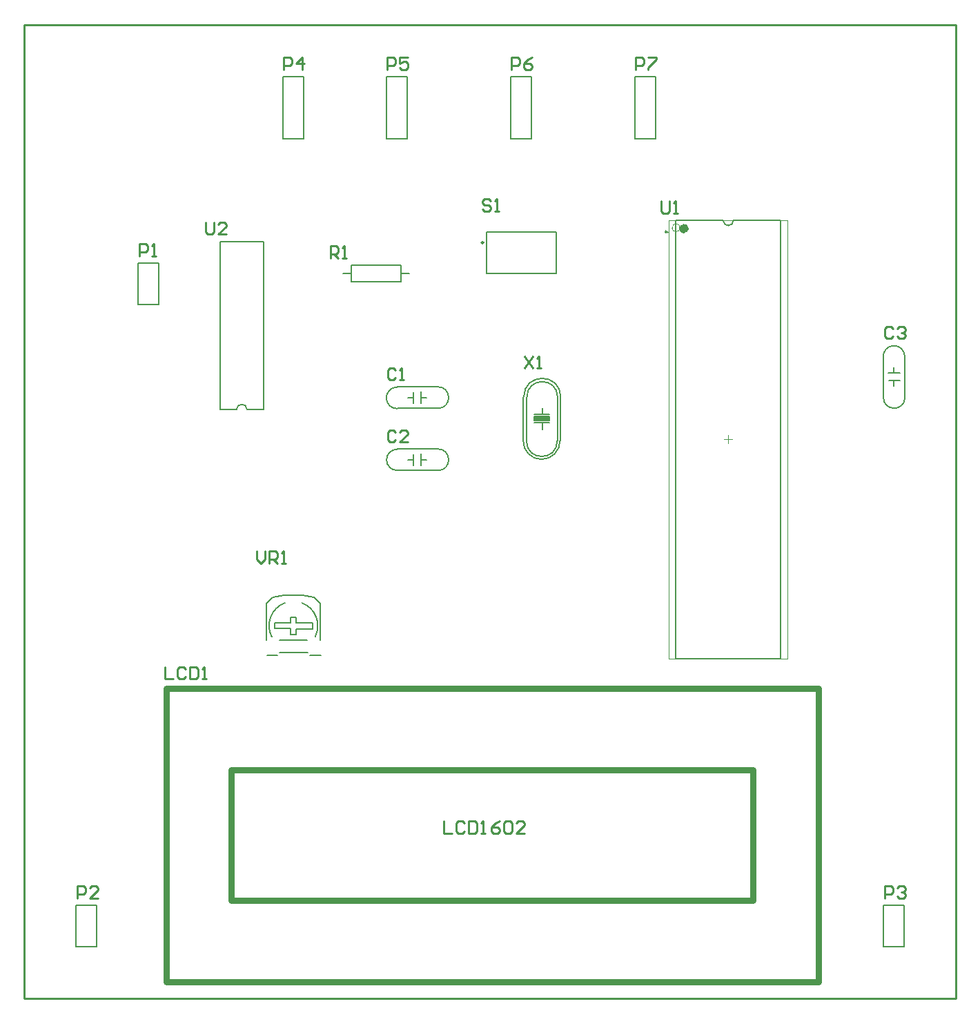
<source format=gto>
%FSTAX23Y23*%
%MOIN*%
%SFA1B1*%

%IPPOS*%
%ADD10C,0.007870*%
%ADD11C,0.009840*%
%ADD12C,0.023620*%
%ADD13C,0.007000*%
%ADD14C,0.010000*%
%ADD15C,0.030000*%
%ADD16C,0.003940*%
%ADD45C,0.005000*%
G54D10*
X05875Y04757D02*
D01*
D01*
G75*
G03X05925I00025J0D01*
G74*G01*
X03575Y03844D02*
D01*
D01*
G75*
G03X03525I-00025J0D01*
G74*G01*
X0385Y0515D02*
Y0545D01*
X0375D02*
X0385D01*
X0375Y0515D02*
Y0545D01*
Y0515D02*
X0385D01*
X0435D02*
Y0545D01*
X0425D02*
X0435D01*
X0425Y0515D02*
Y0545D01*
Y0515D02*
X0435D01*
X0495D02*
Y0545D01*
X0485D02*
X0495D01*
X0485Y0515D02*
Y0545D01*
Y0515D02*
X0495D01*
X0555D02*
Y0545D01*
X0545D02*
X0555D01*
X0545Y0515D02*
Y0545D01*
Y0515D02*
X0555D01*
X05646Y02642D02*
Y04757D01*
X06153Y02642D02*
Y04757D01*
X05646D02*
X05875D01*
X05925D02*
X06153D01*
X05646Y02642D02*
X06153D01*
X0275Y0145D02*
X0285D01*
Y0125D02*
Y0145D01*
X0275Y0125D02*
X0285D01*
X0275D02*
Y0145D01*
X0665D02*
X0675D01*
Y0125D02*
Y0145D01*
X0665Y0125D02*
X0675D01*
X0665D02*
Y0145D01*
X03445Y03844D02*
Y04655D01*
X03654Y03844D02*
Y04655D01*
X03445D02*
X03654D01*
X03445Y03844D02*
X03525D01*
X03575D02*
X03654D01*
X0404Y045D02*
X0408D01*
X0432D02*
X0436D01*
X0408Y0454D02*
X0432D01*
X0408Y0446D02*
Y0454D01*
Y0446D02*
X0432D01*
Y0454*
X0305Y0455D02*
X0315D01*
Y0435D02*
Y0455D01*
X0305Y0435D02*
X0315D01*
X0305D02*
Y0455D01*
X04731Y045D02*
Y047D01*
Y045D02*
X05068D01*
Y047*
X04731D02*
X05068D01*
G54D11*
X05604Y04701D02*
D01*
D01*
G75*
G03X05595I-00004J0D01*
G74*G01*
D01*
G75*
G03X05604I00004J0D01*
G74*G01*
X04717Y0465D02*
D01*
D01*
G75*
G03X04708I-00004J0D01*
G74*G01*
D01*
G75*
G03X04717I00004J0D01*
G74*G01*
G54D12*
X05697Y04717D02*
D01*
D01*
G75*
G03X05673I-00011J0D01*
G74*G01*
D01*
G75*
G03X05697I00011J0D01*
G74*G01*
G54D13*
X06752Y041D02*
D01*
D01*
G75*
G03X06648Y04098I-00052J-0D01*
G74*G01*
X06649Y03902D02*
D01*
D01*
G75*
G03X06753I00052J0D01*
G74*G01*
X043Y03952D02*
D01*
D01*
G75*
G03X04301Y03848I0J-00052D01*
G74*G01*
X04497Y03849D02*
D01*
D01*
G75*
G03Y03953I0J00052D01*
G74*G01*
X04925Y03691D02*
D01*
D01*
G75*
G03X05075Y03691I00074J0D01*
G74*G01*
Y03904D02*
D01*
D01*
G75*
G03X04925Y03904I-00074J-0D01*
G74*G01*
X04909Y03695D02*
D01*
D01*
G75*
G03X05089Y03694I00089J-00003D01*
G74*G01*
X0509Y03905D02*
D01*
D01*
G75*
G03X0491Y03905I-00089J-0D01*
G74*G01*
X043Y03652D02*
D01*
D01*
G75*
G03X04301Y03549I-0J-00051D01*
G74*G01*
X04497D02*
D01*
D01*
G75*
G03Y03653I0J00052D01*
G74*G01*
X03758Y0291D02*
D01*
D01*
G75*
G03X03695Y02745I00041J-00110D01*
G74*G01*
X03904Y02746D02*
D01*
D01*
G75*
G03X03841Y02911I-00104J00054D01*
G74*G01*
X067Y04021D02*
Y04047D01*
Y03957D02*
Y03983D01*
X06673Y04021D02*
X06728D01*
X06674Y03983D02*
X06729D01*
X06753Y03904D02*
Y041D01*
X06649Y03903D02*
Y04098D01*
X04352Y039D02*
X04378D01*
X04416D02*
X04442D01*
X04378Y03873D02*
Y03928D01*
X04416Y03874D02*
Y03929D01*
X043Y03953D02*
X04495D01*
X04301Y03849D02*
X04496D01*
X05075Y03693D02*
Y03903D01*
X04925Y03694D02*
Y03904D01*
X0509Y03694D02*
Y03905D01*
X04909Y03695D02*
Y03905D01*
X04962Y0382D02*
X05037D01*
X05001D02*
Y0385D01*
X04962Y03779D02*
X05036D01*
X05001Y03748D02*
Y03779D01*
X04352Y036D02*
X04378D01*
X04416D02*
X04442D01*
X04378Y03573D02*
Y03628D01*
X04416Y03574D02*
Y03629D01*
X043Y03653D02*
X04495D01*
X04301Y03549D02*
X04496D01*
X03709Y02813D02*
X03786D01*
Y02839*
X03813*
Y02814D02*
Y02839D01*
Y02814D02*
X03892D01*
Y02785D02*
Y02814D01*
X03812Y02785D02*
X03892D01*
X03812Y02756D02*
Y02785D01*
X03785Y02756D02*
X03812D01*
X03785D02*
Y02786D01*
X03708D02*
X03785D01*
X03708D02*
Y02813D01*
X03732Y02729D02*
X03867D01*
X03841Y02946D02*
X039Y02937D01*
X0393Y02907*
Y02732D02*
Y02907D01*
X03731Y0267D02*
X03868D01*
X03669Y02731D02*
Y02906D01*
X037Y02937*
X03754Y02946*
X03841*
X0388Y02656D02*
X03931D01*
X03671D02*
X03722D01*
G54D14*
X025Y01D02*
Y057D01*
X07*
Y01D02*
Y057D01*
X025Y01D02*
X07D01*
X04525Y01858D02*
Y01798D01*
X04565*
X04625Y01848D02*
X04615Y01858D01*
X04595*
X04585Y01848*
Y01808*
X04595Y01798*
X04615*
X04625Y01808*
X04645Y01858D02*
Y01798D01*
X04674*
X04684Y01808*
Y01848*
X04674Y01858*
X04645*
X04704Y01798D02*
X04724D01*
X04714*
Y01858*
X04704Y01848*
X04794Y01858D02*
X04774Y01848D01*
X04754Y01828*
Y01808*
X04764Y01798*
X04784*
X04794Y01808*
Y01818*
X04784Y01828*
X04754*
X04814Y01848D02*
X04824Y01858D01*
X04844*
X04854Y01848*
Y01808*
X04844Y01798*
X04824*
X04814Y01808*
Y01848*
X04914Y01798D02*
X04874D01*
X04914Y01838*
Y01848*
X04904Y01858*
X04884*
X04874Y01848*
X04916Y04102D02*
X04955Y04043D01*
Y04102D02*
X04916Y04043D01*
X04975D02*
X04995D01*
X04985*
Y04102*
X04975Y04092*
X03623Y03161D02*
Y03121D01*
X03642Y03102*
X03662Y03121*
Y03161*
X03682Y03102D02*
Y03161D01*
X03712*
X03722Y03151*
Y03131*
X03712Y03121*
X03682*
X03702D02*
X03722Y03102D01*
X03742D02*
X03762D01*
X03752*
Y03161*
X03742Y03151*
X03376Y04748D02*
Y04699D01*
X03386Y04689*
X03405*
X03415Y04699*
Y04748*
X03475Y04689D02*
X03435D01*
X03475Y04728*
Y04738*
X03465Y04748*
X03445*
X03435Y04738*
X05576Y0485D02*
Y04801D01*
X05586Y04791*
X05605*
X05615Y04801*
Y0485*
X05635Y04791D02*
X05655D01*
X05645*
Y0485*
X05635Y0484*
X04752Y0485D02*
X04742Y0486D01*
X04723*
X04713Y0485*
Y0484*
X04723Y0483*
X04742*
X04752Y0482*
Y04811*
X04742Y04801*
X04723*
X04713Y04811*
X04772Y04801D02*
X04792D01*
X04782*
Y0486*
X04772Y0485*
X03978Y04574D02*
Y04633D01*
X04007*
X04017Y04623*
Y04603*
X04007Y04593*
X03978*
X03997D02*
X04017Y04574D01*
X04037D02*
X04057D01*
X04047*
Y04633*
X04037Y04623*
X05453Y05484D02*
Y05543D01*
X05482*
X05492Y05533*
Y05513*
X05482Y05503*
X05453*
X05512Y05543D02*
X05552D01*
Y05533*
X05512Y05494*
Y05484*
X04853D02*
Y05543D01*
X04882*
X04892Y05533*
Y05513*
X04882Y05503*
X04853*
X04952Y05543D02*
X04932Y05533D01*
X04912Y05513*
Y05494*
X04922Y05484*
X04942*
X04952Y05494*
Y05503*
X04942Y05513*
X04912*
X04253Y05484D02*
Y05543D01*
X04282*
X04292Y05533*
Y05513*
X04282Y05503*
X04253*
X04352Y05543D02*
X04312D01*
Y05513*
X04332Y05523*
X04342*
X04352Y05513*
Y05494*
X04342Y05484*
X04322*
X04312Y05494*
X03753Y05484D02*
Y05543D01*
X03782*
X03792Y05533*
Y05513*
X03782Y05503*
X03753*
X03842Y05484D02*
Y05543D01*
X03812Y05513*
X03852*
X06656Y01484D02*
Y01543D01*
X06685*
X06695Y01533*
Y01513*
X06685Y01503*
X06656*
X06715Y01533D02*
X06725Y01543D01*
X06745*
X06755Y01533*
Y01523*
X06745Y01513*
X06735*
X06745*
X06755Y01503*
Y01494*
X06745Y01484*
X06725*
X06715Y01494*
X02756Y01484D02*
Y01543D01*
X02785*
X02795Y01533*
Y01513*
X02785Y01503*
X02756*
X02855Y01484D02*
X02815D01*
X02855Y01523*
Y01533*
X02845Y01543*
X02825*
X02815Y01533*
X03056Y04584D02*
Y04643D01*
X03085*
X03095Y04633*
Y04613*
X03085Y04603*
X03056*
X03115Y04584D02*
X03135D01*
X03125*
Y04643*
X03115Y04633*
X0318Y02602D02*
Y02543D01*
X03219*
X03279Y02592D02*
X03269Y02602D01*
X03249*
X03239Y02592*
Y02553*
X03249Y02543*
X03269*
X03279Y02553*
X03299Y02602D02*
Y02543D01*
X03329*
X03339Y02553*
Y02592*
X03329Y02602*
X03299*
X03359Y02543D02*
X03379D01*
X03369*
Y02602*
X03359Y02592*
X06694Y04235D02*
X06684Y04245D01*
X06665*
X06655Y04235*
Y04196*
X06665Y04186*
X06684*
X06694Y04196*
X06714Y04235D02*
X06724Y04245D01*
X06744*
X06754Y04235*
Y04225*
X06744Y04215*
X06734*
X06744*
X06754Y04205*
Y04196*
X06744Y04186*
X06724*
X06714Y04196*
X04293Y03735D02*
X04283Y03745D01*
X04264*
X04254Y03735*
Y03696*
X04264Y03686*
X04283*
X04293Y03696*
X04353Y03686D02*
X04313D01*
X04353Y03725*
Y03735*
X04343Y03745*
X04323*
X04313Y03735*
X04293Y04035D02*
X04283Y04045D01*
X04264*
X04254Y04035*
Y03996*
X04264Y03986*
X04283*
X04293Y03996*
X04313Y03986D02*
X04333D01*
X04323*
Y04045*
X04313Y04035*
G54D15*
X06019Y01474D02*
Y02104D01*
X035Y01474D02*
X06019D01*
X035Y02104D02*
X06019D01*
X035Y01474D02*
Y02104D01*
X06334Y01081D02*
Y02498D01*
X03185Y01081D02*
X06334D01*
X03185D02*
Y02498D01*
X06334*
G54D16*
X05667Y04721D02*
D01*
D01*
G75*
G03X05628I-00019J0D01*
G74*G01*
D01*
G75*
G03X05667I00019J0D01*
G74*G01*
X05612Y02642D02*
Y04757D01*
X06187Y02642D02*
Y04757D01*
X05612D02*
X06187D01*
X05612Y02642D02*
X06187D01*
X0588Y037D02*
X05919D01*
X059Y0368D02*
Y03719D01*
G54D45*
X04962Y03809D02*
X05036D01*
Y03791*
X04962*
Y03809*
G54D14*
X04967Y03804D02*
X05031D01*
Y03796*
X04967*
Y03804*
M02*
</source>
